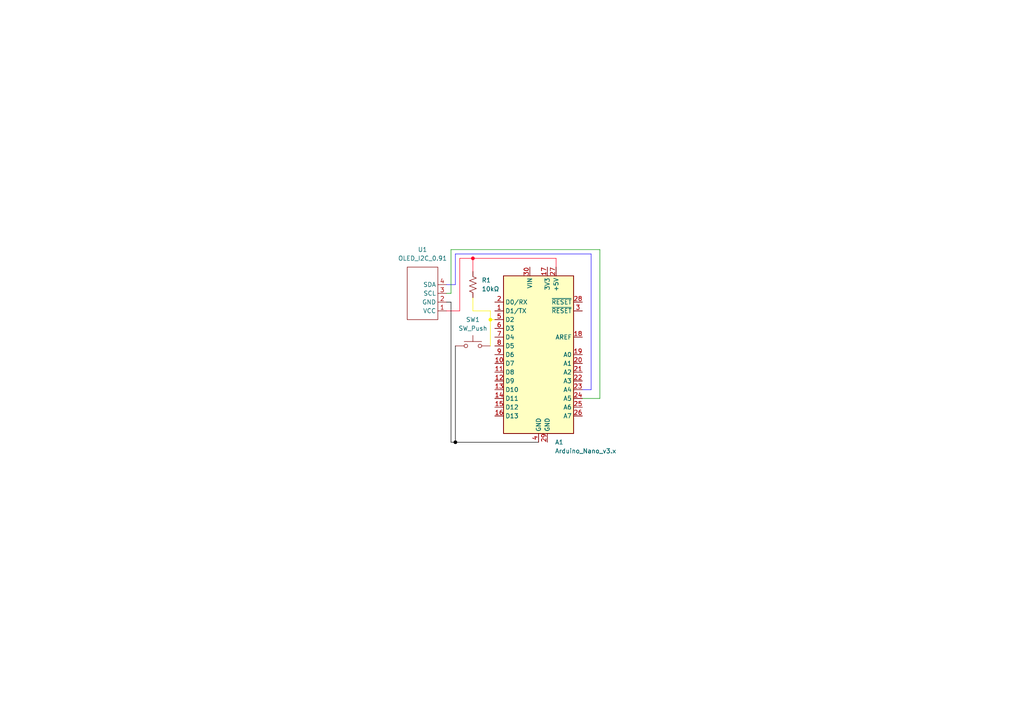
<source format=kicad_sch>
(kicad_sch
	(version 20231120)
	(generator "eeschema")
	(generator_version "8.0")
	(uuid "b7c61bb6-2a05-443a-9599-1ec7c434ac9c")
	(paper "A4")
	(title_block
		(title "Magic 8 Ball")
	)
	(lib_symbols
		(symbol "Device:R_US"
			(pin_numbers hide)
			(pin_names
				(offset 0)
			)
			(exclude_from_sim no)
			(in_bom yes)
			(on_board yes)
			(property "Reference" "R"
				(at 2.54 0 90)
				(effects
					(font
						(size 1.27 1.27)
					)
				)
			)
			(property "Value" "R_US"
				(at -2.54 0 90)
				(effects
					(font
						(size 1.27 1.27)
					)
				)
			)
			(property "Footprint" ""
				(at 1.016 -0.254 90)
				(effects
					(font
						(size 1.27 1.27)
					)
					(hide yes)
				)
			)
			(property "Datasheet" "~"
				(at 0 0 0)
				(effects
					(font
						(size 1.27 1.27)
					)
					(hide yes)
				)
			)
			(property "Description" "Resistor, US symbol"
				(at 0 0 0)
				(effects
					(font
						(size 1.27 1.27)
					)
					(hide yes)
				)
			)
			(property "ki_keywords" "R res resistor"
				(at 0 0 0)
				(effects
					(font
						(size 1.27 1.27)
					)
					(hide yes)
				)
			)
			(property "ki_fp_filters" "R_*"
				(at 0 0 0)
				(effects
					(font
						(size 1.27 1.27)
					)
					(hide yes)
				)
			)
			(symbol "R_US_0_1"
				(polyline
					(pts
						(xy 0 -2.286) (xy 0 -2.54)
					)
					(stroke
						(width 0)
						(type default)
					)
					(fill
						(type none)
					)
				)
				(polyline
					(pts
						(xy 0 2.286) (xy 0 2.54)
					)
					(stroke
						(width 0)
						(type default)
					)
					(fill
						(type none)
					)
				)
				(polyline
					(pts
						(xy 0 -0.762) (xy 1.016 -1.143) (xy 0 -1.524) (xy -1.016 -1.905) (xy 0 -2.286)
					)
					(stroke
						(width 0)
						(type default)
					)
					(fill
						(type none)
					)
				)
				(polyline
					(pts
						(xy 0 0.762) (xy 1.016 0.381) (xy 0 0) (xy -1.016 -0.381) (xy 0 -0.762)
					)
					(stroke
						(width 0)
						(type default)
					)
					(fill
						(type none)
					)
				)
				(polyline
					(pts
						(xy 0 2.286) (xy 1.016 1.905) (xy 0 1.524) (xy -1.016 1.143) (xy 0 0.762)
					)
					(stroke
						(width 0)
						(type default)
					)
					(fill
						(type none)
					)
				)
			)
			(symbol "R_US_1_1"
				(pin passive line
					(at 0 3.81 270)
					(length 1.27)
					(name "~"
						(effects
							(font
								(size 1.27 1.27)
							)
						)
					)
					(number "1"
						(effects
							(font
								(size 1.27 1.27)
							)
						)
					)
				)
				(pin passive line
					(at 0 -3.81 90)
					(length 1.27)
					(name "~"
						(effects
							(font
								(size 1.27 1.27)
							)
						)
					)
					(number "2"
						(effects
							(font
								(size 1.27 1.27)
							)
						)
					)
				)
			)
		)
		(symbol "KB:OLED_I2C"
			(exclude_from_sim no)
			(in_bom yes)
			(on_board yes)
			(property "Reference" "U"
				(at 1.27 -3.81 0)
				(effects
					(font
						(size 1.27 1.27)
					)
				)
			)
			(property "Value" "OLED_I2C_0.91"
				(at -7.112 8.636 0)
				(effects
					(font
						(size 1.27 1.27)
					)
				)
			)
			(property "Footprint" ""
				(at 1.27 -3.81 0)
				(effects
					(font
						(size 1.27 1.27)
					)
					(hide yes)
				)
			)
			(property "Datasheet" ""
				(at 1.27 -3.81 0)
				(effects
					(font
						(size 1.27 1.27)
					)
					(hide yes)
				)
			)
			(property "Description" "0.91\" I2C OLED Display Module"
				(at -5.334 10.922 0)
				(effects
					(font
						(size 1.27 1.27)
					)
					(hide yes)
				)
			)
			(property "ki_locked" ""
				(at 0 0 0)
				(effects
					(font
						(size 1.27 1.27)
					)
				)
			)
			(property "ki_keywords" "OLED display I2C SSD1306"
				(at 0 0 0)
				(effects
					(font
						(size 1.27 1.27)
					)
					(hide yes)
				)
			)
			(symbol "OLED_I2C_1_1"
				(rectangle
					(start -11.43 7.62)
					(end -2.54 -7.62)
					(stroke
						(width 0)
						(type default)
					)
					(fill
						(type none)
					)
				)
				(pin power_in line
					(at 0 -5.08 180)
					(length 2.54)
					(name "VCC"
						(effects
							(font
								(size 1.27 1.27)
							)
						)
					)
					(number "1"
						(effects
							(font
								(size 1.27 1.27)
							)
						)
					)
				)
				(pin power_in line
					(at 0 -2.54 180)
					(length 2.54)
					(name "GND"
						(effects
							(font
								(size 1.27 1.27)
							)
						)
					)
					(number "2"
						(effects
							(font
								(size 1.27 1.27)
							)
						)
					)
				)
				(pin input line
					(at 0 0 180)
					(length 2.54)
					(name "SCL"
						(effects
							(font
								(size 1.27 1.27)
							)
						)
					)
					(number "3"
						(effects
							(font
								(size 1.27 1.27)
							)
						)
					)
				)
				(pin bidirectional line
					(at 0 2.54 180)
					(length 2.54)
					(name "SDA"
						(effects
							(font
								(size 1.27 1.27)
							)
						)
					)
					(number "4"
						(effects
							(font
								(size 1.27 1.27)
							)
						)
					)
				)
			)
		)
		(symbol "MCU_Module:Arduino_Nano_v3.x"
			(exclude_from_sim no)
			(in_bom yes)
			(on_board yes)
			(property "Reference" "A"
				(at -10.16 23.495 0)
				(effects
					(font
						(size 1.27 1.27)
					)
					(justify left bottom)
				)
			)
			(property "Value" "Arduino_Nano_v3.x"
				(at 5.08 -24.13 0)
				(effects
					(font
						(size 1.27 1.27)
					)
					(justify left top)
				)
			)
			(property "Footprint" "Module:Arduino_Nano"
				(at 0 0 0)
				(effects
					(font
						(size 1.27 1.27)
						(italic yes)
					)
					(hide yes)
				)
			)
			(property "Datasheet" "http://www.mouser.com/pdfdocs/Gravitech_Arduino_Nano3_0.pdf"
				(at 0 0 0)
				(effects
					(font
						(size 1.27 1.27)
					)
					(hide yes)
				)
			)
			(property "Description" "Arduino Nano v3.x"
				(at 0 0 0)
				(effects
					(font
						(size 1.27 1.27)
					)
					(hide yes)
				)
			)
			(property "ki_keywords" "Arduino nano microcontroller module USB"
				(at 0 0 0)
				(effects
					(font
						(size 1.27 1.27)
					)
					(hide yes)
				)
			)
			(property "ki_fp_filters" "Arduino*Nano*"
				(at 0 0 0)
				(effects
					(font
						(size 1.27 1.27)
					)
					(hide yes)
				)
			)
			(symbol "Arduino_Nano_v3.x_0_1"
				(rectangle
					(start -10.16 22.86)
					(end 10.16 -22.86)
					(stroke
						(width 0.254)
						(type default)
					)
					(fill
						(type background)
					)
				)
			)
			(symbol "Arduino_Nano_v3.x_1_1"
				(pin bidirectional line
					(at -12.7 12.7 0)
					(length 2.54)
					(name "D1/TX"
						(effects
							(font
								(size 1.27 1.27)
							)
						)
					)
					(number "1"
						(effects
							(font
								(size 1.27 1.27)
							)
						)
					)
				)
				(pin bidirectional line
					(at -12.7 -2.54 0)
					(length 2.54)
					(name "D7"
						(effects
							(font
								(size 1.27 1.27)
							)
						)
					)
					(number "10"
						(effects
							(font
								(size 1.27 1.27)
							)
						)
					)
				)
				(pin bidirectional line
					(at -12.7 -5.08 0)
					(length 2.54)
					(name "D8"
						(effects
							(font
								(size 1.27 1.27)
							)
						)
					)
					(number "11"
						(effects
							(font
								(size 1.27 1.27)
							)
						)
					)
				)
				(pin bidirectional line
					(at -12.7 -7.62 0)
					(length 2.54)
					(name "D9"
						(effects
							(font
								(size 1.27 1.27)
							)
						)
					)
					(number "12"
						(effects
							(font
								(size 1.27 1.27)
							)
						)
					)
				)
				(pin bidirectional line
					(at -12.7 -10.16 0)
					(length 2.54)
					(name "D10"
						(effects
							(font
								(size 1.27 1.27)
							)
						)
					)
					(number "13"
						(effects
							(font
								(size 1.27 1.27)
							)
						)
					)
				)
				(pin bidirectional line
					(at -12.7 -12.7 0)
					(length 2.54)
					(name "D11"
						(effects
							(font
								(size 1.27 1.27)
							)
						)
					)
					(number "14"
						(effects
							(font
								(size 1.27 1.27)
							)
						)
					)
				)
				(pin bidirectional line
					(at -12.7 -15.24 0)
					(length 2.54)
					(name "D12"
						(effects
							(font
								(size 1.27 1.27)
							)
						)
					)
					(number "15"
						(effects
							(font
								(size 1.27 1.27)
							)
						)
					)
				)
				(pin bidirectional line
					(at -12.7 -17.78 0)
					(length 2.54)
					(name "D13"
						(effects
							(font
								(size 1.27 1.27)
							)
						)
					)
					(number "16"
						(effects
							(font
								(size 1.27 1.27)
							)
						)
					)
				)
				(pin power_out line
					(at 2.54 25.4 270)
					(length 2.54)
					(name "3V3"
						(effects
							(font
								(size 1.27 1.27)
							)
						)
					)
					(number "17"
						(effects
							(font
								(size 1.27 1.27)
							)
						)
					)
				)
				(pin input line
					(at 12.7 5.08 180)
					(length 2.54)
					(name "AREF"
						(effects
							(font
								(size 1.27 1.27)
							)
						)
					)
					(number "18"
						(effects
							(font
								(size 1.27 1.27)
							)
						)
					)
				)
				(pin bidirectional line
					(at 12.7 0 180)
					(length 2.54)
					(name "A0"
						(effects
							(font
								(size 1.27 1.27)
							)
						)
					)
					(number "19"
						(effects
							(font
								(size 1.27 1.27)
							)
						)
					)
				)
				(pin bidirectional line
					(at -12.7 15.24 0)
					(length 2.54)
					(name "D0/RX"
						(effects
							(font
								(size 1.27 1.27)
							)
						)
					)
					(number "2"
						(effects
							(font
								(size 1.27 1.27)
							)
						)
					)
				)
				(pin bidirectional line
					(at 12.7 -2.54 180)
					(length 2.54)
					(name "A1"
						(effects
							(font
								(size 1.27 1.27)
							)
						)
					)
					(number "20"
						(effects
							(font
								(size 1.27 1.27)
							)
						)
					)
				)
				(pin bidirectional line
					(at 12.7 -5.08 180)
					(length 2.54)
					(name "A2"
						(effects
							(font
								(size 1.27 1.27)
							)
						)
					)
					(number "21"
						(effects
							(font
								(size 1.27 1.27)
							)
						)
					)
				)
				(pin bidirectional line
					(at 12.7 -7.62 180)
					(length 2.54)
					(name "A3"
						(effects
							(font
								(size 1.27 1.27)
							)
						)
					)
					(number "22"
						(effects
							(font
								(size 1.27 1.27)
							)
						)
					)
				)
				(pin bidirectional line
					(at 12.7 -10.16 180)
					(length 2.54)
					(name "A4"
						(effects
							(font
								(size 1.27 1.27)
							)
						)
					)
					(number "23"
						(effects
							(font
								(size 1.27 1.27)
							)
						)
					)
				)
				(pin bidirectional line
					(at 12.7 -12.7 180)
					(length 2.54)
					(name "A5"
						(effects
							(font
								(size 1.27 1.27)
							)
						)
					)
					(number "24"
						(effects
							(font
								(size 1.27 1.27)
							)
						)
					)
				)
				(pin bidirectional line
					(at 12.7 -15.24 180)
					(length 2.54)
					(name "A6"
						(effects
							(font
								(size 1.27 1.27)
							)
						)
					)
					(number "25"
						(effects
							(font
								(size 1.27 1.27)
							)
						)
					)
				)
				(pin bidirectional line
					(at 12.7 -17.78 180)
					(length 2.54)
					(name "A7"
						(effects
							(font
								(size 1.27 1.27)
							)
						)
					)
					(number "26"
						(effects
							(font
								(size 1.27 1.27)
							)
						)
					)
				)
				(pin power_out line
					(at 5.08 25.4 270)
					(length 2.54)
					(name "+5V"
						(effects
							(font
								(size 1.27 1.27)
							)
						)
					)
					(number "27"
						(effects
							(font
								(size 1.27 1.27)
							)
						)
					)
				)
				(pin input line
					(at 12.7 15.24 180)
					(length 2.54)
					(name "~{RESET}"
						(effects
							(font
								(size 1.27 1.27)
							)
						)
					)
					(number "28"
						(effects
							(font
								(size 1.27 1.27)
							)
						)
					)
				)
				(pin power_in line
					(at 2.54 -25.4 90)
					(length 2.54)
					(name "GND"
						(effects
							(font
								(size 1.27 1.27)
							)
						)
					)
					(number "29"
						(effects
							(font
								(size 1.27 1.27)
							)
						)
					)
				)
				(pin input line
					(at 12.7 12.7 180)
					(length 2.54)
					(name "~{RESET}"
						(effects
							(font
								(size 1.27 1.27)
							)
						)
					)
					(number "3"
						(effects
							(font
								(size 1.27 1.27)
							)
						)
					)
				)
				(pin power_in line
					(at -2.54 25.4 270)
					(length 2.54)
					(name "VIN"
						(effects
							(font
								(size 1.27 1.27)
							)
						)
					)
					(number "30"
						(effects
							(font
								(size 1.27 1.27)
							)
						)
					)
				)
				(pin power_in line
					(at 0 -25.4 90)
					(length 2.54)
					(name "GND"
						(effects
							(font
								(size 1.27 1.27)
							)
						)
					)
					(number "4"
						(effects
							(font
								(size 1.27 1.27)
							)
						)
					)
				)
				(pin bidirectional line
					(at -12.7 10.16 0)
					(length 2.54)
					(name "D2"
						(effects
							(font
								(size 1.27 1.27)
							)
						)
					)
					(number "5"
						(effects
							(font
								(size 1.27 1.27)
							)
						)
					)
				)
				(pin bidirectional line
					(at -12.7 7.62 0)
					(length 2.54)
					(name "D3"
						(effects
							(font
								(size 1.27 1.27)
							)
						)
					)
					(number "6"
						(effects
							(font
								(size 1.27 1.27)
							)
						)
					)
				)
				(pin bidirectional line
					(at -12.7 5.08 0)
					(length 2.54)
					(name "D4"
						(effects
							(font
								(size 1.27 1.27)
							)
						)
					)
					(number "7"
						(effects
							(font
								(size 1.27 1.27)
							)
						)
					)
				)
				(pin bidirectional line
					(at -12.7 2.54 0)
					(length 2.54)
					(name "D5"
						(effects
							(font
								(size 1.27 1.27)
							)
						)
					)
					(number "8"
						(effects
							(font
								(size 1.27 1.27)
							)
						)
					)
				)
				(pin bidirectional line
					(at -12.7 0 0)
					(length 2.54)
					(name "D6"
						(effects
							(font
								(size 1.27 1.27)
							)
						)
					)
					(number "9"
						(effects
							(font
								(size 1.27 1.27)
							)
						)
					)
				)
			)
		)
		(symbol "Switch:SW_Push"
			(pin_numbers hide)
			(pin_names
				(offset 1.016) hide)
			(exclude_from_sim no)
			(in_bom yes)
			(on_board yes)
			(property "Reference" "SW"
				(at 1.27 2.54 0)
				(effects
					(font
						(size 1.27 1.27)
					)
					(justify left)
				)
			)
			(property "Value" "SW_Push"
				(at 0 -1.524 0)
				(effects
					(font
						(size 1.27 1.27)
					)
				)
			)
			(property "Footprint" ""
				(at 0 5.08 0)
				(effects
					(font
						(size 1.27 1.27)
					)
					(hide yes)
				)
			)
			(property "Datasheet" "~"
				(at 0 5.08 0)
				(effects
					(font
						(size 1.27 1.27)
					)
					(hide yes)
				)
			)
			(property "Description" "Push button switch, generic, two pins"
				(at 0 0 0)
				(effects
					(font
						(size 1.27 1.27)
					)
					(hide yes)
				)
			)
			(property "ki_keywords" "switch normally-open pushbutton push-button"
				(at 0 0 0)
				(effects
					(font
						(size 1.27 1.27)
					)
					(hide yes)
				)
			)
			(symbol "SW_Push_0_1"
				(circle
					(center -2.032 0)
					(radius 0.508)
					(stroke
						(width 0)
						(type default)
					)
					(fill
						(type none)
					)
				)
				(polyline
					(pts
						(xy 0 1.27) (xy 0 3.048)
					)
					(stroke
						(width 0)
						(type default)
					)
					(fill
						(type none)
					)
				)
				(polyline
					(pts
						(xy 2.54 1.27) (xy -2.54 1.27)
					)
					(stroke
						(width 0)
						(type default)
					)
					(fill
						(type none)
					)
				)
				(circle
					(center 2.032 0)
					(radius 0.508)
					(stroke
						(width 0)
						(type default)
					)
					(fill
						(type none)
					)
				)
				(pin passive line
					(at -5.08 0 0)
					(length 2.54)
					(name "1"
						(effects
							(font
								(size 1.27 1.27)
							)
						)
					)
					(number "1"
						(effects
							(font
								(size 1.27 1.27)
							)
						)
					)
				)
				(pin passive line
					(at 5.08 0 180)
					(length 2.54)
					(name "2"
						(effects
							(font
								(size 1.27 1.27)
							)
						)
					)
					(number "2"
						(effects
							(font
								(size 1.27 1.27)
							)
						)
					)
				)
			)
		)
	)
	(junction
		(at 137.16 74.93)
		(diameter 0)
		(color 255 0 35 1)
		(uuid "c19d77d8-aa03-4357-aef5-9d3364c099e6")
	)
	(junction
		(at 142.24 92.71)
		(diameter 0)
		(color 255 244 0 1)
		(uuid "c9fb98af-cb2c-45d8-ac05-8ac4a3973b2b")
	)
	(junction
		(at 132.08 128.27)
		(diameter 0)
		(color 0 0 0 1)
		(uuid "eb388c84-99e2-4af4-8567-421418b4559a")
	)
	(wire
		(pts
			(xy 132.08 82.55) (xy 132.08 73.66)
		)
		(stroke
			(width 0)
			(type default)
			(color 29 12 255 1)
		)
		(uuid "033f028b-4cb4-468e-97c2-69f5a7b547e7")
	)
	(wire
		(pts
			(xy 173.99 115.57) (xy 173.99 72.39)
		)
		(stroke
			(width 0)
			(type default)
		)
		(uuid "06ff2984-c0a5-4ce1-aa8f-cce03c4fda44")
	)
	(wire
		(pts
			(xy 161.29 74.93) (xy 161.29 77.47)
		)
		(stroke
			(width 0)
			(type default)
			(color 255 0 35 1)
		)
		(uuid "0cbb864e-49b9-438c-a0ae-1fa7195ccb79")
	)
	(wire
		(pts
			(xy 130.81 72.39) (xy 130.81 85.09)
		)
		(stroke
			(width 0)
			(type default)
		)
		(uuid "0ddf9b21-be73-456f-a74e-9418329c079f")
	)
	(wire
		(pts
			(xy 137.16 74.93) (xy 137.16 78.74)
		)
		(stroke
			(width 0)
			(type default)
			(color 255 0 35 1)
		)
		(uuid "38a9e81c-dedb-4b34-8589-d8253acfff42")
	)
	(wire
		(pts
			(xy 142.24 90.17) (xy 142.24 92.71)
		)
		(stroke
			(width 0)
			(type default)
			(color 255 244 0 1)
		)
		(uuid "38b975b2-6150-4ce8-b4f8-63774e0f3ca3")
	)
	(wire
		(pts
			(xy 130.81 87.63) (xy 130.81 128.27)
		)
		(stroke
			(width 0)
			(type default)
			(color 0 0 0 1)
		)
		(uuid "3d42e7e4-9484-4b48-a518-ae3dd1400240")
	)
	(wire
		(pts
			(xy 171.45 73.66) (xy 171.45 113.03)
		)
		(stroke
			(width 0)
			(type default)
			(color 29 12 255 1)
		)
		(uuid "4a1c9211-37b2-43c1-b80a-7df816aab901")
	)
	(wire
		(pts
			(xy 171.45 113.03) (xy 168.91 113.03)
		)
		(stroke
			(width 0)
			(type default)
			(color 29 12 255 1)
		)
		(uuid "4ecc6873-e125-4fd8-89aa-9bd36e7ec9b6")
	)
	(wire
		(pts
			(xy 168.91 115.57) (xy 173.99 115.57)
		)
		(stroke
			(width 0)
			(type default)
		)
		(uuid "59c4ea87-19a1-4ca7-b395-dc13c2b76030")
	)
	(wire
		(pts
			(xy 137.16 90.17) (xy 142.24 90.17)
		)
		(stroke
			(width 0)
			(type default)
			(color 255 244 0 1)
		)
		(uuid "61ba8ec5-034b-4f0e-a013-f5d062579f40")
	)
	(wire
		(pts
			(xy 132.08 100.33) (xy 132.08 128.27)
		)
		(stroke
			(width 0)
			(type default)
			(color 0 0 0 1)
		)
		(uuid "63645a14-3a56-4452-a07a-5149c0294048")
	)
	(wire
		(pts
			(xy 133.35 74.93) (xy 137.16 74.93)
		)
		(stroke
			(width 0)
			(type default)
			(color 255 0 35 1)
		)
		(uuid "789b8876-27e6-4c3e-ae30-cf89b34dad08")
	)
	(wire
		(pts
			(xy 129.54 85.09) (xy 130.81 85.09)
		)
		(stroke
			(width 0)
			(type default)
		)
		(uuid "7dee3b89-6a0f-4b1c-8e96-1db786e3a562")
	)
	(wire
		(pts
			(xy 142.24 92.71) (xy 143.51 92.71)
		)
		(stroke
			(width 0)
			(type default)
			(color 255 244 0 1)
		)
		(uuid "8012f496-9dd2-4a17-92de-fcbf22858e50")
	)
	(wire
		(pts
			(xy 132.08 73.66) (xy 171.45 73.66)
		)
		(stroke
			(width 0)
			(type default)
			(color 29 12 255 1)
		)
		(uuid "8cb63dc0-16f4-44a3-a38b-07743c9782be")
	)
	(wire
		(pts
			(xy 129.54 82.55) (xy 132.08 82.55)
		)
		(stroke
			(width 0)
			(type default)
			(color 29 12 255 1)
		)
		(uuid "9c91fd5d-af04-479e-b820-4b98674231c9")
	)
	(wire
		(pts
			(xy 137.16 86.36) (xy 137.16 90.17)
		)
		(stroke
			(width 0)
			(type default)
			(color 255 244 0 1)
		)
		(uuid "bfbee096-773f-42df-8cc8-a1ef0a9f7061")
	)
	(wire
		(pts
			(xy 133.35 90.17) (xy 133.35 74.93)
		)
		(stroke
			(width 0)
			(type default)
			(color 255 0 35 1)
		)
		(uuid "c46946c2-dd41-4bd9-8615-531e66f980a8")
	)
	(wire
		(pts
			(xy 137.16 74.93) (xy 161.29 74.93)
		)
		(stroke
			(width 0)
			(type default)
			(color 255 0 35 1)
		)
		(uuid "cc235a1f-c115-4bab-9461-595d5f054be1")
	)
	(wire
		(pts
			(xy 173.99 72.39) (xy 130.81 72.39)
		)
		(stroke
			(width 0)
			(type default)
		)
		(uuid "d4e9d152-7779-4459-acc8-85f50398b3b5")
	)
	(wire
		(pts
			(xy 142.24 100.33) (xy 142.24 92.71)
		)
		(stroke
			(width 0)
			(type default)
			(color 255 244 0 1)
		)
		(uuid "d951646e-c0c6-4072-a7a1-e2e4a9bed7f6")
	)
	(wire
		(pts
			(xy 129.54 90.17) (xy 133.35 90.17)
		)
		(stroke
			(width 0)
			(type default)
			(color 255 0 35 1)
		)
		(uuid "da9c8c8a-3429-4137-a950-365e09e79568")
	)
	(wire
		(pts
			(xy 129.54 87.63) (xy 130.81 87.63)
		)
		(stroke
			(width 0)
			(type default)
			(color 0 0 0 1)
		)
		(uuid "e2c47354-c091-449d-88d8-04e746ea4ea7")
	)
	(wire
		(pts
			(xy 130.81 128.27) (xy 132.08 128.27)
		)
		(stroke
			(width 0)
			(type default)
			(color 0 0 0 1)
		)
		(uuid "e3f2c393-5c96-4728-a2b3-680dc3636b8f")
	)
	(wire
		(pts
			(xy 132.08 128.27) (xy 156.21 128.27)
		)
		(stroke
			(width 0)
			(type default)
			(color 0 0 0 1)
		)
		(uuid "ff847bdd-a4ef-4af0-9654-38c571a6ad61")
	)
	(symbol
		(lib_id "MCU_Module:Arduino_Nano_v3.x")
		(at 156.21 102.87 0)
		(unit 1)
		(exclude_from_sim no)
		(in_bom yes)
		(on_board yes)
		(dnp no)
		(fields_autoplaced yes)
		(uuid "2815dee3-729c-44f1-8d7f-1680b2576005")
		(property "Reference" "A1"
			(at 160.9441 128.27 0)
			(effects
				(font
					(size 1.27 1.27)
				)
				(justify left)
			)
		)
		(property "Value" "Arduino_Nano_v3.x"
			(at 160.9441 130.81 0)
			(effects
				(font
					(size 1.27 1.27)
				)
				(justify left)
			)
		)
		(property "Footprint" "Module:Arduino_Nano"
			(at 156.21 102.87 0)
			(effects
				(font
					(size 1.27 1.27)
					(italic yes)
				)
				(hide yes)
			)
		)
		(property "Datasheet" "http://www.mouser.com/pdfdocs/Gravitech_Arduino_Nano3_0.pdf"
			(at 156.21 102.87 0)
			(effects
				(font
					(size 1.27 1.27)
				)
				(hide yes)
			)
		)
		(property "Description" "Arduino Nano v3.x"
			(at 156.21 102.87 0)
			(effects
				(font
					(size 1.27 1.27)
				)
				(hide yes)
			)
		)
		(pin "28"
			(uuid "78c114f5-5b4b-42c8-bb85-cf14c13e2e8f")
		)
		(pin "14"
			(uuid "2000c8c3-aaa3-4109-9262-7eccf90ba807")
		)
		(pin "5"
			(uuid "3715adf6-a3e0-4151-af37-5fcdb627febe")
		)
		(pin "24"
			(uuid "bee8ef05-3439-4610-931e-da49b31acb70")
		)
		(pin "2"
			(uuid "c42fdddd-1520-4841-b986-8391ff434894")
		)
		(pin "22"
			(uuid "9ffef9ca-b290-43b0-b9f7-f19efd6fdc17")
		)
		(pin "6"
			(uuid "bdbdc752-249b-4c5c-a9f1-c837fec16d05")
		)
		(pin "29"
			(uuid "c0110bab-abd2-4f89-ac21-0733e51ca0a3")
		)
		(pin "13"
			(uuid "582f42be-c95c-4535-bf79-a4caadc8a010")
		)
		(pin "27"
			(uuid "9f3b83a6-8781-409a-b862-6abb1c4ba2b5")
		)
		(pin "17"
			(uuid "2115631b-8f49-48c7-990a-efeb154b615a")
		)
		(pin "12"
			(uuid "07f19973-6368-4fa9-b6f8-5637c87cf1a8")
		)
		(pin "10"
			(uuid "a02b18f9-296f-48db-b80e-6c660b1ace55")
		)
		(pin "16"
			(uuid "669659c8-e02e-4b58-88f0-2df3f66525ce")
		)
		(pin "19"
			(uuid "e59f9a8a-8bcd-49d3-b8ae-73381cfabb43")
		)
		(pin "21"
			(uuid "93d74a2b-08bd-4d28-84f6-bf4e3af09334")
		)
		(pin "26"
			(uuid "c068981c-f042-4026-b0fe-0ab31d57f36e")
		)
		(pin "8"
			(uuid "8f0fd67f-cc82-4571-911d-b3cadf8f0ad9")
		)
		(pin "4"
			(uuid "61a48869-278f-4aa4-949d-9cb317953b73")
		)
		(pin "9"
			(uuid "3df564af-c9e9-4dea-be36-a4193e6c6592")
		)
		(pin "1"
			(uuid "dc687151-684f-40ce-96f3-f85145213ded")
		)
		(pin "25"
			(uuid "e8ded1fc-c82c-4a3e-9b92-73f3c881df67")
		)
		(pin "3"
			(uuid "235b6236-fff3-4018-876c-5f3fa80fb8fa")
		)
		(pin "15"
			(uuid "88041804-3a37-47fb-a6c8-bc24c404cb20")
		)
		(pin "18"
			(uuid "4d7e760b-eb78-4a7c-b4d5-b2352568b8c1")
		)
		(pin "20"
			(uuid "7afc181e-6b97-447b-a039-9a2fb9ab904e")
		)
		(pin "30"
			(uuid "f2460c3e-8a11-4beb-98b4-4f283574132f")
		)
		(pin "7"
			(uuid "8e47fcf8-5729-48d9-8b27-a1b8b89be2b4")
		)
		(pin "11"
			(uuid "520cb2ef-42df-4487-a29e-f0bb31a982ec")
		)
		(pin "23"
			(uuid "ecb0dba3-dea3-4e18-97b3-a256edf6bd6d")
		)
		(instances
			(project "magic8Ball"
				(path "/b7c61bb6-2a05-443a-9599-1ec7c434ac9c"
					(reference "A1")
					(unit 1)
				)
			)
		)
	)
	(symbol
		(lib_id "Switch:SW_Push")
		(at 137.16 100.33 0)
		(unit 1)
		(exclude_from_sim no)
		(in_bom yes)
		(on_board yes)
		(dnp no)
		(fields_autoplaced yes)
		(uuid "87f4d3ec-91da-4db2-8a6d-fdacdba4ab46")
		(property "Reference" "SW1"
			(at 137.16 92.71 0)
			(effects
				(font
					(size 1.27 1.27)
				)
			)
		)
		(property "Value" "SW_Push"
			(at 137.16 95.25 0)
			(effects
				(font
					(size 1.27 1.27)
				)
			)
		)
		(property "Footprint" ""
			(at 137.16 95.25 0)
			(effects
				(font
					(size 1.27 1.27)
				)
				(hide yes)
			)
		)
		(property "Datasheet" "~"
			(at 137.16 95.25 0)
			(effects
				(font
					(size 1.27 1.27)
				)
				(hide yes)
			)
		)
		(property "Description" "Push button switch, generic, two pins"
			(at 137.16 100.33 0)
			(effects
				(font
					(size 1.27 1.27)
				)
				(hide yes)
			)
		)
		(pin "1"
			(uuid "3c7e97c4-1256-4a50-8697-a1d4ae254f7f")
		)
		(pin "2"
			(uuid "eba6163e-e9d4-4686-ab44-06eb7bf0dfcc")
		)
		(instances
			(project "magic8Ball"
				(path "/b7c61bb6-2a05-443a-9599-1ec7c434ac9c"
					(reference "SW1")
					(unit 1)
				)
			)
		)
	)
	(symbol
		(lib_id "KB:OLED_I2C")
		(at 129.54 85.09 0)
		(unit 1)
		(exclude_from_sim no)
		(in_bom yes)
		(on_board yes)
		(dnp no)
		(fields_autoplaced yes)
		(uuid "a326aa57-69c6-4dd5-856e-1d67fce01421")
		(property "Reference" "U1"
			(at 122.555 72.39 0)
			(effects
				(font
					(size 1.27 1.27)
				)
			)
		)
		(property "Value" "OLED_I2C_0.91"
			(at 122.555 74.93 0)
			(effects
				(font
					(size 1.27 1.27)
				)
			)
		)
		(property "Footprint" ""
			(at 130.81 88.9 0)
			(effects
				(font
					(size 1.27 1.27)
				)
				(hide yes)
			)
		)
		(property "Datasheet" ""
			(at 130.81 88.9 0)
			(effects
				(font
					(size 1.27 1.27)
				)
				(hide yes)
			)
		)
		(property "Description" "0.91\" I2C OLED Display Module"
			(at 124.206 74.168 0)
			(effects
				(font
					(size 1.27 1.27)
				)
				(hide yes)
			)
		)
		(pin "2"
			(uuid "40d08648-438b-45b8-a331-f7e322a1cb23")
		)
		(pin "1"
			(uuid "0bb3dda4-04ea-4cc0-af67-de58ad38a4c0")
		)
		(pin "4"
			(uuid "048401f7-7364-4a07-a9b1-2e5b605c940f")
		)
		(pin "3"
			(uuid "ea2aa175-58b8-46b6-acde-a23add2d5342")
		)
		(instances
			(project "magic8Ball"
				(path "/b7c61bb6-2a05-443a-9599-1ec7c434ac9c"
					(reference "U1")
					(unit 1)
				)
			)
		)
	)
	(symbol
		(lib_id "Device:R_US")
		(at 137.16 82.55 0)
		(unit 1)
		(exclude_from_sim no)
		(in_bom yes)
		(on_board yes)
		(dnp no)
		(fields_autoplaced yes)
		(uuid "d3739ccb-2dd0-4c08-ba66-bd7a40073e10")
		(property "Reference" "R1"
			(at 139.7 81.2799 0)
			(effects
				(font
					(size 1.27 1.27)
				)
				(justify left)
			)
		)
		(property "Value" "10kΩ"
			(at 139.7 83.8199 0)
			(effects
				(font
					(size 1.27 1.27)
				)
				(justify left)
			)
		)
		(property "Footprint" ""
			(at 138.176 82.804 90)
			(effects
				(font
					(size 1.27 1.27)
				)
				(hide yes)
			)
		)
		(property "Datasheet" "~"
			(at 137.16 82.55 0)
			(effects
				(font
					(size 1.27 1.27)
				)
				(hide yes)
			)
		)
		(property "Description" "Resistor, US symbol"
			(at 137.16 82.55 0)
			(effects
				(font
					(size 1.27 1.27)
				)
				(hide yes)
			)
		)
		(pin "1"
			(uuid "67d49177-9754-49c7-8efa-5f893865cb61")
		)
		(pin "2"
			(uuid "4a4ea4a8-d2d9-48b3-a488-69f445f1d8cf")
		)
		(instances
			(project "magic8Ball"
				(path "/b7c61bb6-2a05-443a-9599-1ec7c434ac9c"
					(reference "R1")
					(unit 1)
				)
			)
		)
	)
	(sheet_instances
		(path "/"
			(page "1")
		)
	)
)

</source>
